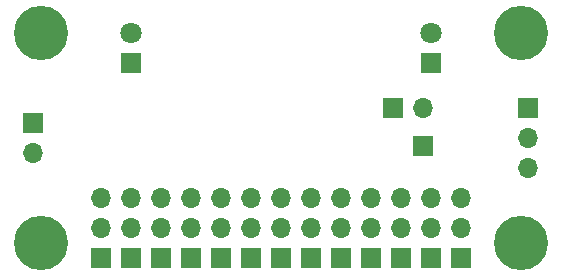
<source format=gbr>
%TF.GenerationSoftware,KiCad,Pcbnew,(6.0.5)*%
%TF.CreationDate,2022-05-22T23:21:51-04:00*%
%TF.ProjectId,controller,636f6e74-726f-46c6-9c65-722e6b696361,rev?*%
%TF.SameCoordinates,Original*%
%TF.FileFunction,Soldermask,Bot*%
%TF.FilePolarity,Negative*%
%FSLAX46Y46*%
G04 Gerber Fmt 4.6, Leading zero omitted, Abs format (unit mm)*
G04 Created by KiCad (PCBNEW (6.0.5)) date 2022-05-22 23:21:51*
%MOMM*%
%LPD*%
G01*
G04 APERTURE LIST*
%ADD10R,1.800000X1.800000*%
%ADD11C,1.800000*%
%ADD12R,1.700000X1.700000*%
%ADD13O,1.700000X1.700000*%
%ADD14C,4.600000*%
G04 APERTURE END LIST*
D10*
%TO.C,D2*%
X101600000Y-81280000D03*
D11*
X101600000Y-78740000D03*
%TD*%
D12*
%TO.C,J6*%
X104140000Y-97790000D03*
D13*
X104140000Y-95250000D03*
X104140000Y-92710000D03*
%TD*%
D12*
%TO.C,J9*%
X119380000Y-97790000D03*
D13*
X119380000Y-95250000D03*
X119380000Y-92710000D03*
%TD*%
D12*
%TO.C,J14*%
X129540000Y-97790000D03*
D13*
X129540000Y-95250000D03*
X129540000Y-92710000D03*
%TD*%
D12*
%TO.C,J1*%
X135255000Y-85090000D03*
D13*
X135255000Y-87630000D03*
X135255000Y-90170000D03*
%TD*%
D12*
%TO.C,J10*%
X116840000Y-97805000D03*
D13*
X116840000Y-95265000D03*
X116840000Y-92725000D03*
%TD*%
D12*
%TO.C,J8*%
X121920000Y-97790000D03*
D13*
X121920000Y-95250000D03*
X121920000Y-92710000D03*
%TD*%
D12*
%TO.C,J3*%
X123825000Y-85090000D03*
D13*
X126365000Y-85090000D03*
%TD*%
D12*
%TO.C,J2*%
X126365000Y-88265000D03*
%TD*%
%TO.C,J11*%
X114300000Y-97790000D03*
D13*
X114300000Y-95250000D03*
X114300000Y-92710000D03*
%TD*%
D12*
%TO.C,BT1*%
X93345000Y-86360000D03*
D13*
X93345000Y-88900000D03*
%TD*%
D12*
%TO.C,J7*%
X106680000Y-97775000D03*
D13*
X106680000Y-95235000D03*
X106680000Y-92695000D03*
%TD*%
D12*
%TO.C,J5*%
X101600000Y-97790000D03*
D13*
X101600000Y-95250000D03*
X101600000Y-92710000D03*
%TD*%
D12*
%TO.C,J4*%
X99060000Y-97790000D03*
D13*
X99060000Y-95250000D03*
X99060000Y-92710000D03*
%TD*%
D14*
%TO.C,REF\u002A\u002A*%
X134620000Y-78740000D03*
%TD*%
D12*
%TO.C,J15*%
X127000000Y-97790000D03*
D13*
X127000000Y-95250000D03*
X127000000Y-92710000D03*
%TD*%
D12*
%TO.C,J16*%
X124460000Y-97790000D03*
D13*
X124460000Y-95250000D03*
X124460000Y-92710000D03*
%TD*%
D14*
%TO.C,REF\u002A\u002A*%
X93980000Y-78740000D03*
%TD*%
%TO.C,REF\u002A\u002A*%
X134620000Y-96520000D03*
%TD*%
D12*
%TO.C,J12*%
X111760000Y-97805000D03*
D13*
X111760000Y-95265000D03*
X111760000Y-92725000D03*
%TD*%
D14*
%TO.C,REF\u002A\u002A*%
X93980000Y-96520000D03*
%TD*%
D10*
%TO.C,D4*%
X127000000Y-81280000D03*
D11*
X127000000Y-78740000D03*
%TD*%
D12*
%TO.C,J13*%
X109220000Y-97790000D03*
D13*
X109220000Y-95250000D03*
X109220000Y-92710000D03*
%TD*%
M02*

</source>
